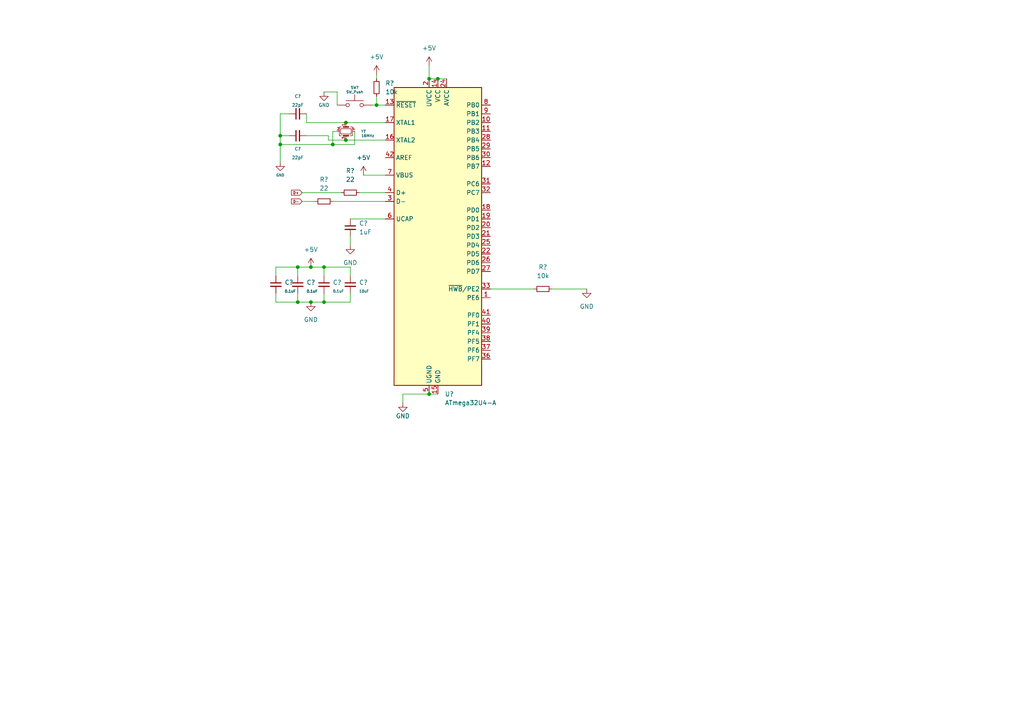
<source format=kicad_sch>
(kicad_sch (version 20211123) (generator eeschema)
  (paper "A4")
  (lib_symbols
    (symbol "Device:C_Small" (pin_numbers hide) (pin_names (offset 0.254) hide)
      (property "Reference" "C" (at 0.254 1.778 0))
      (property "Value" "C_Small" (at 0.254 -2.032 0))
      (symbol "C_Small_0_1"
        (polyline (pts (xy -1.524 -0.508) (xy 1.524 -0.508)) (stroke (width 0.3302)))
        (polyline (pts (xy -1.524 0.508) (xy 1.524 0.508)) (stroke (width 0.3048)))
      )
      (symbol "C_Small_1_1"
        (pin passive line (at 0 2.54 270) (length 2.032) (name "~") (number "1"))
        (pin passive line (at 0 -2.54 90) (length 2.032) (name "~") (number "2"))
      )
    )
    (symbol "Device:Crystal_GND24_Small" (pin_names (offset 1.016) hide)
      (property "Reference" "Y" (at 1.27 4.445 0))
      (property "Value" "Crystal_GND24_Small" (at 1.27 2.54 0))
      (symbol "Crystal_GND24_Small_0_1"
        (rectangle (start -0.762 -1.524) (end 0.762 1.524))
        (polyline (pts (xy -1.27 -0.762) (xy -1.27 0.762)) (stroke (width 0.381)))
        (polyline (pts (xy 1.27 -0.762) (xy 1.27 0.762)) (stroke (width 0.381)))
        (polyline (pts (xy -1.27 -1.27) (xy -1.27 -1.905) (xy 1.27 -1.905) (xy 1.27 -1.27)))
        (polyline (pts (xy -1.27 1.27) (xy -1.27 1.905) (xy 1.27 1.905) (xy 1.27 1.27)))
      )
      (symbol "Crystal_GND24_Small_1_1"
        (pin passive line (at -2.54 0 0) (length 1.27) (name "1") (number "1"))
        (pin passive line (at 0 -2.54 90) (length 0.635) (name "2") (number "2"))
        (pin passive line (at 2.54 0 180) (length 1.27) (name "3") (number "3"))
        (pin passive line (at 0 2.54 270) (length 0.635) (name "4") (number "4"))
      )
    )
    (symbol "Device:R_Small" (pin_numbers hide) (pin_names (offset 0.254) hide)
      (property "Reference" "R" (at 0.762 0.508 0))
      (property "Value" "R_Small" (at 0.762 -1.016 0))
      (symbol "R_Small_0_1"
        (rectangle (start -0.762 1.778) (end 0.762 -1.778) (stroke (width 0.2032)))
      )
      (symbol "R_Small_1_1"
        (pin passive line (at 0 2.54 270) (length 0.762) (name "~") (number "1"))
        (pin passive line (at 0 -2.54 90) (length 0.762) (name "~") (number "2"))
      )
    )
    (symbol "MCU_Microchip_ATmega:ATmega32U4-A"
      (property "Reference" "U" (at -12.7 44.45 0))
      (property "Value" "ATmega32U4-A" (at 2.54 -44.45 0))
      (symbol "ATmega32U4-A_0_1"
        (rectangle (start -12.7 -43.18) (end 12.7 43.18) (stroke (width 0.254)) (fill (type background)))
      )
      (symbol "ATmega32U4-A_1_1"
        (pin bidirectional line (at 15.24 -17.78 180) (length 2.54) (name "PE6") (number "1"))
        (pin bidirectional line (at 15.24 33.02 180) (length 2.54) (name "PB2") (number "10"))
        (pin bidirectional line (at 15.24 30.48 180) (length 2.54) (name "PB3") (number "11"))
        (pin bidirectional line (at 15.24 20.32 180) (length 2.54) (name "PB7") (number "12"))
        (pin input line (at -15.24 38.1 0) (length 2.54) (name "~{RESET}") (number "13"))
        (pin power_in line (at 0 45.72 270) (length 2.54) (name "VCC") (number "14"))
        (pin power_in line (at 0 -45.72 90) (length 2.54) (name "GND") (number "15"))
        (pin output line (at -15.24 27.94 0) (length 2.54) (name "XTAL2") (number "16"))
        (pin input line (at -15.24 33.02 0) (length 2.54) (name "XTAL1") (number "17"))
        (pin bidirectional line (at 15.24 7.62 180) (length 2.54) (name "PD0") (number "18"))
        (pin bidirectional line (at 15.24 5.08 180) (length 2.54) (name "PD1") (number "19"))
        (pin power_in line (at -2.54 45.72 270) (length 2.54) (name "UVCC") (number "2"))
        (pin bidirectional line (at 15.24 2.54 180) (length 2.54) (name "PD2") (number "20"))
        (pin bidirectional line (at 15.24 0 180) (length 2.54) (name "PD3") (number "21"))
        (pin bidirectional line (at 15.24 -5.08 180) (length 2.54) (name "PD5") (number "22"))
        (pin passive line (at 0 -45.72 90) (length 2.54) hide (name "GND") (number "23"))
        (pin power_in line (at 2.54 45.72 270) (length 2.54) (name "AVCC") (number "24"))
        (pin bidirectional line (at 15.24 -2.54 180) (length 2.54) (name "PD4") (number "25"))
        (pin bidirectional line (at 15.24 -7.62 180) (length 2.54) (name "PD6") (number "26"))
        (pin bidirectional line (at 15.24 -10.16 180) (length 2.54) (name "PD7") (number "27"))
        (pin bidirectional line (at 15.24 27.94 180) (length 2.54) (name "PB4") (number "28"))
        (pin bidirectional line (at 15.24 25.4 180) (length 2.54) (name "PB5") (number "29"))
        (pin bidirectional line (at -15.24 10.16 0) (length 2.54) (name "D-") (number "3"))
        (pin bidirectional line (at 15.24 22.86 180) (length 2.54) (name "PB6") (number "30"))
        (pin bidirectional line (at 15.24 15.24 180) (length 2.54) (name "PC6") (number "31"))
        (pin bidirectional line (at 15.24 12.7 180) (length 2.54) (name "PC7") (number "32"))
        (pin bidirectional line (at 15.24 -15.24 180) (length 2.54) (name "~{HWB}/PE2") (number "33"))
        (pin passive line (at 0 45.72 270) (length 2.54) hide (name "VCC") (number "34"))
        (pin passive line (at 0 -45.72 90) (length 2.54) hide (name "GND") (number "35"))
        (pin bidirectional line (at 15.24 -35.56 180) (length 2.54) (name "PF7") (number "36"))
        (pin bidirectional line (at 15.24 -33.02 180) (length 2.54) (name "PF6") (number "37"))
        (pin bidirectional line (at 15.24 -30.48 180) (length 2.54) (name "PF5") (number "38"))
        (pin bidirectional line (at 15.24 -27.94 180) (length 2.54) (name "PF4") (number "39"))
        (pin bidirectional line (at -15.24 12.7 0) (length 2.54) (name "D+") (number "4"))
        (pin bidirectional line (at 15.24 -25.4 180) (length 2.54) (name "PF1") (number "40"))
        (pin bidirectional line (at 15.24 -22.86 180) (length 2.54) (name "PF0") (number "41"))
        (pin passive line (at -15.24 22.86 0) (length 2.54) (name "AREF") (number "42"))
        (pin passive line (at 0 -45.72 90) (length 2.54) hide (name "GND") (number "43"))
        (pin passive line (at 2.54 45.72 270) (length 2.54) hide (name "AVCC") (number "44"))
        (pin passive line (at -2.54 -45.72 90) (length 2.54) (name "UGND") (number "5"))
        (pin passive line (at -15.24 5.08 0) (length 2.54) (name "UCAP") (number "6"))
        (pin input line (at -15.24 17.78 0) (length 2.54) (name "VBUS") (number "7"))
        (pin bidirectional line (at 15.24 38.1 180) (length 2.54) (name "PB0") (number "8"))
        (pin bidirectional line (at 15.24 35.56 180) (length 2.54) (name "PB1") (number "9"))
      )
    )
    (symbol "Switch:SW_Push" (pin_numbers hide) (pin_names (offset 1.016) hide)
      (property "Reference" "SW" (at 1.27 2.54 0))
      (property "Value" "SW_Push" (at 0 -1.524 0))
      (symbol "SW_Push_0_1"
        (circle (center -2.032 0) (radius 0.508))
        (polyline (pts (xy 0 1.27) (xy 0 3.048)))
        (polyline (pts (xy 2.54 1.27) (xy -2.54 1.27)))
        (circle (center 2.032 0) (radius 0.508))
        (pin passive line (at -5.08 0 0) (length 2.54) (name "1") (number "1"))
        (pin passive line (at 5.08 0 180) (length 2.54) (name "2") (number "2"))
      )
    )
    (symbol "power:+5V" (power) (pin_names (offset 0))
      (property "Value" "+5V" (at 0 3.556 0))
      (symbol "+5V_0_1"
        (polyline (pts (xy -0.762 1.27) (xy 0 2.54)))
        (polyline (pts (xy 0 0) (xy 0 2.54)))
        (polyline (pts (xy 0 2.54) (xy 0.762 1.27)))
      )
      (symbol "+5V_1_1"
        (pin power_in line (at 0 0 90) (length 0) hide (name "+5V") (number "1"))
      )
    )
    (symbol "power:GND" (power) (pin_names (offset 0))
      (property "Value" "GND" (at 0 -3.81 0))
      (symbol "GND_0_1"
        (polyline (pts (xy 0 0) (xy 0 -1.27) (xy 1.27 -1.27) (xy 0 -2.54) (xy -1.27 -1.27) (xy 0 -1.27)))
      )
      (symbol "GND_1_1"
        (pin power_in line (at 0 0 270) (length 0) hide (name "GND") (number "1"))
      )
    )
  )
  (junction (at 100.33 40.64))
  (junction (at 124.46 22.86))
  (junction (at 124.46 114.3))
  (junction (at 90.17 87.63))
  (junction (at 93.98 77.47))
  (junction (at 90.17 77.47))
  (junction (at 109.22 30.48))
  (junction (at 100.33 35.56))
  (junction (at 86.36 87.63))
  (junction (at 86.36 77.47))
  (junction (at 81.28 41.91))
  (junction (at 81.28 39.37))
  (junction (at 127 22.86))
  (junction (at 96.52 41.91))
  (junction (at 93.98 87.63))
  (wire (pts (xy 90.17 77.47) (xy 93.98 77.47)))
  (wire (pts (xy 142.24 83.82) (xy 154.94 83.82)))
  (wire (pts (xy 109.22 27.94) (xy 109.22 30.48)))
  (wire (pts (xy 86.36 77.47) (xy 86.36 80.01)))
  (wire (pts (xy 116.84 114.3) (xy 116.84 116.84)))
  (wire (pts (xy 88.9 39.37) (xy 95.25 39.37)))
  (wire (pts (xy 96.52 58.42) (xy 111.76 58.42)))
  (wire (pts (xy 101.6 68.58) (xy 101.6 71.12)))
  (wire (pts (xy 104.14 55.88) (xy 111.76 55.88)))
  (wire (pts (xy 93.98 26.67) (xy 97.79 26.67)))
  (wire (pts (xy 80.01 87.63) (xy 86.36 87.63)))
  (wire (pts (xy 109.22 21.59) (xy 109.22 22.86)))
  (wire (pts (xy 101.6 85.09) (xy 101.6 87.63)))
  (wire (pts (xy 107.95 30.48) (xy 109.22 30.48)))
  (wire (pts (xy 87.63 55.88) (xy 99.06 55.88)))
  (wire (pts (xy 81.28 41.91) (xy 81.28 46.99)))
  (wire (pts (xy 96.52 41.91) (xy 102.87 41.91)))
  (wire (pts (xy 86.36 77.47) (xy 80.01 77.47)))
  (wire (pts (xy 124.46 114.3) (xy 127 114.3)))
  (wire (pts (xy 100.33 40.64) (xy 111.76 40.64)))
  (wire (pts (xy 93.98 85.09) (xy 93.98 87.63)))
  (wire (pts (xy 81.28 39.37) (xy 81.28 41.91)))
  (wire (pts (xy 100.33 35.56) (xy 88.9 35.56)))
  (wire (pts (xy 90.17 87.63) (xy 93.98 87.63)))
  (wire (pts (xy 86.36 77.47) (xy 90.17 77.47)))
  (wire (pts (xy 105.41 50.8) (xy 111.76 50.8)))
  (wire (pts (xy 160.02 83.82) (xy 170.18 83.82)))
  (wire (pts (xy 93.98 77.47) (xy 93.98 80.01)))
  (wire (pts (xy 83.82 39.37) (xy 81.28 39.37)))
  (wire (pts (xy 101.6 80.01) (xy 101.6 77.47)))
  (wire (pts (xy 97.79 38.1) (xy 96.52 38.1)))
  (wire (pts (xy 95.25 40.64) (xy 100.33 40.64)))
  (wire (pts (xy 102.87 38.1) (xy 102.87 41.91)))
  (wire (pts (xy 86.36 85.09) (xy 86.36 87.63)))
  (wire (pts (xy 124.46 19.05) (xy 124.46 22.86)))
  (wire (pts (xy 124.46 22.86) (xy 127 22.86)))
  (wire (pts (xy 127 22.86) (xy 129.54 22.86)))
  (wire (pts (xy 80.01 77.47) (xy 80.01 80.01)))
  (wire (pts (xy 97.79 30.48) (xy 97.79 26.67)))
  (wire (pts (xy 101.6 63.5) (xy 111.76 63.5)))
  (wire (pts (xy 109.22 30.48) (xy 111.76 30.48)))
  (wire (pts (xy 96.52 38.1) (xy 96.52 41.91)))
  (wire (pts (xy 86.36 87.63) (xy 90.17 87.63)))
  (wire (pts (xy 80.01 85.09) (xy 80.01 87.63)))
  (wire (pts (xy 93.98 77.47) (xy 101.6 77.47)))
  (wire (pts (xy 81.28 33.02) (xy 81.28 39.37)))
  (wire (pts (xy 81.28 33.02) (xy 83.82 33.02)))
  (wire (pts (xy 81.28 41.91) (xy 96.52 41.91)))
  (wire (pts (xy 87.63 58.42) (xy 91.44 58.42)))
  (wire (pts (xy 88.9 33.02) (xy 88.9 35.56)))
  (wire (pts (xy 116.84 114.3) (xy 124.46 114.3)))
  (wire (pts (xy 93.98 87.63) (xy 101.6 87.63)))
  (wire (pts (xy 100.33 35.56) (xy 111.76 35.56)))
  (wire (pts (xy 95.25 39.37) (xy 95.25 40.64)))
  (global_label "D+" (shape input) (at 87.63 55.88 180) (effects (font (size 0.75 0.75))) (property "Intersheet References" "${INTERSHEET_REFS}" (effects hide)))
  (global_label "D-" (shape input) (at 87.63 58.42 180) (effects (font (size 0.75 0.75))) (property "Intersheet References" "${INTERSHEET_REFS}" (effects hide)))
  (symbol (lib_id "Device:C_Small") (at 93.98 82.55 0) (unit 1)
    (property "Reference" "C?" (at 96.52 81.9212 0) (effects (justify left)))
    (property "Value" "0.1uF" (at 96.52 84.4612 0) (effects (font (size 0.75 0.75)) (justify left)))
  )
  (symbol (lib_id "power:+5V") (at 109.22 21.59 0) (unit 1)
    (property "Reference" "#PWR?" (effects hide))
    (property "Value" "+5V" (at 109.22 16.51 0))
  )
  (symbol (lib_id "Device:C_Small") (at 86.36 33.02 90) (unit 1)
    (property "Reference" "C?" (at 86.3663 27.94 90) (effects (font (size 0.9 0.9))))
    (property "Value" "22pF" (at 86.3663 30.48 90) (effects (font (size 0.9 0.9))))
  )
  (symbol (lib_id "Device:C_Small") (at 80.01 82.55 0) (unit 1)
    (property "Reference" "C?" (at 82.55 81.9212 0) (effects (justify left)))
    (property "Value" "0.1uF" (at 82.55 84.4612 0) (effects (font (size 0.75 0.75)) (justify left)))
  )
  (symbol (lib_id "power:GND") (at 170.18 83.82 0) (unit 1)
    (property "Reference" "#PWR?" (effects hide))
    (property "Value" "GND" (at 170.18 88.9 0))
  )
  (symbol (lib_id "power:GND") (at 81.28 46.99 0) (unit 1)
    (property "Reference" "#PWR?" (effects hide))
    (property "Value" "GND" (at 81.28 50.8 0) (effects (font (size 0.75 0.75))))
  )
  (symbol (lib_id "Device:C_Small") (at 101.6 82.55 0) (unit 1)
    (property "Reference" "C?" (at 104.14 81.9212 0) (effects (justify left)))
    (property "Value" "10uF" (at 104.14 84.4612 0) (effects (font (size 0.75 0.75)) (justify left)))
  )
  (symbol (lib_id "power:+5V") (at 90.17 77.47 0) (unit 1)
    (property "Reference" "#PWR?" (effects hide))
    (property "Value" "+5V" (at 90.17 72.39 0))
  )
  (symbol (lib_id "power:GND") (at 93.98 26.67 0) (unit 1)
    (property "Reference" "#PWR?" (effects hide))
    (property "Value" "GND" (at 93.98 30.48 0) (effects (font (size 1 1))))
  )
  (symbol (lib_id "MCU_Microchip_ATmega:ATmega32U4-A") (at 127 68.58 0) (unit 1)
    (property "Reference" "U?" (at 129.0194 114.3 0) (effects (justify left)))
    (property "Value" "ATmega32U4-A" (at 129.0194 116.84 0) (effects (justify left)))
    (property "Footprint" "Package_QFP:TQFP-44_10x10mm_P0.8mm" (effects hide))
    (property "Datasheet" "http://ww1.microchip.com/downloads/en/DeviceDoc/Atmel-7766-8-bit-AVR-ATmega16U4-32U4_Datasheet.pdf" (effects hide))
  )
  (symbol (lib_id "Device:C_Small") (at 86.36 39.37 90) (unit 1)
    (property "Reference" "C?" (at 86.36 43.18 90) (effects (font (size 0.9 0.9))))
    (property "Value" "22pF" (at 86.36 45.72 90) (effects (font (size 0.9 0.9))))
  )
  (symbol (lib_id "power:GND") (at 101.6 71.12 0) (unit 1)
    (property "Reference" "#PWR?" (effects hide))
    (property "Value" "GND" (at 101.6 76.2 0))
  )
  (symbol (lib_id "Device:R_Small") (at 93.98 58.42 90) (unit 1)
    (property "Reference" "R?" (at 93.98 52.07 90))
    (property "Value" "22" (at 93.98 54.61 90))
  )
  (symbol (lib_id "power:GND") (at 90.17 87.63 0) (unit 1)
    (property "Reference" "#PWR?" (effects hide))
    (property "Value" "GND" (at 90.17 92.71 0))
  )
  (symbol (lib_id "Device:C_Small") (at 101.6 66.04 0) (unit 1)
    (property "Reference" "C?" (at 104.14 64.7762 0) (effects (justify left)))
    (property "Value" "1uF" (at 104.14 67.3162 0) (effects (justify left)))
  )
  (symbol (lib_id "power:+5V") (at 105.41 50.8 0) (unit 1)
    (property "Reference" "#PWR?" (effects hide))
    (property "Value" "+5V" (at 105.41 45.72 0))
  )
  (symbol (lib_id "Device:R_Small") (at 157.48 83.82 270) (unit 1)
    (property "Reference" "R?" (at 157.48 77.47 90))
    (property "Value" "10k" (at 157.48 80.01 90))
  )
  (symbol (lib_id "Device:R_Small") (at 109.22 25.4 0) (unit 1)
    (property "Reference" "R?" (at 111.76 24.1299 0) (effects (justify left)))
    (property "Value" "10k" (at 111.76 26.6699 0) (effects (justify left)))
  )
  (symbol (lib_id "Device:Crystal_GND24_Small") (at 100.33 38.1 270) (unit 1)
    (property "Reference" "Y?" (at 105.41 38.1 90) (effects (font (size 0.75 0.75))))
    (property "Value" "16MHz" (at 106.68 39.37 90) (effects (font (size 0.75 0.75))))
  )
  (symbol (lib_id "Device:C_Small") (at 86.36 82.55 0) (unit 1)
    (property "Reference" "C?" (at 88.9 81.9212 0) (effects (justify left)))
    (property "Value" "0.1uF" (at 88.9 84.4612 0) (effects (font (size 0.75 0.75)) (justify left)))
  )
  (symbol (lib_id "Device:R_Small") (at 101.6 55.88 90) (unit 1)
    (property "Reference" "R?" (at 101.6 49.53 90))
    (property "Value" "22" (at 101.6 52.07 90))
  )
  (symbol (lib_id "power:+5V") (at 124.46 19.05 0) (unit 1)
    (property "Reference" "#PWR?" (effects hide))
    (property "Value" "+5V" (at 124.46 13.97 0))
  )
  (symbol (lib_id "Switch:SW_Push") (at 102.87 30.48 0) (unit 1)
    (property "Reference" "SW?" (at 102.87 25.4 0) (effects (font (size 0.75 0.75))))
    (property "Value" "SW_Push" (at 102.87 26.67 0) (effects (font (size 0.75 0.75))))
  )
  (symbol (lib_id "power:GND") (at 116.84 116.84 0) (unit 1)
    (property "Reference" "#PWR?" (effects hide))
    (property "Value" "GND" (at 116.84 120.65 0))
  )
)
</source>
